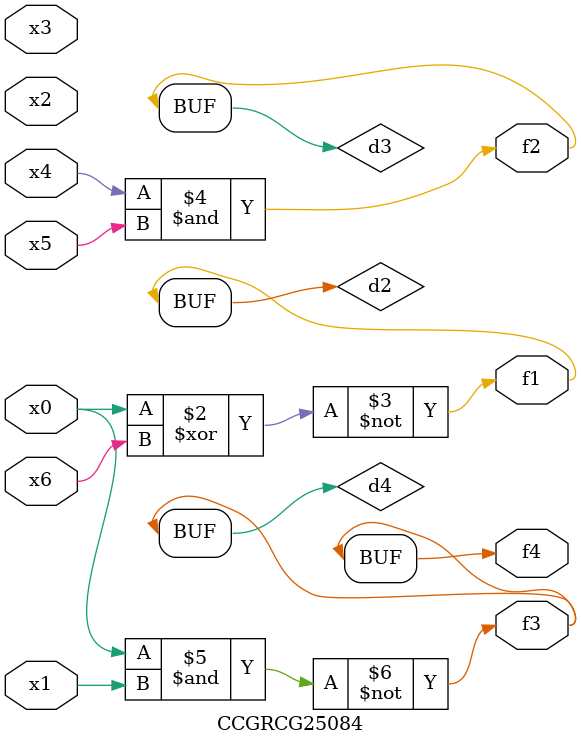
<source format=v>
module CCGRCG25084(
	input x0, x1, x2, x3, x4, x5, x6,
	output f1, f2, f3, f4
);

	wire d1, d2, d3, d4;

	nor (d1, x0);
	xnor (d2, x0, x6);
	and (d3, x4, x5);
	nand (d4, x0, x1);
	assign f1 = d2;
	assign f2 = d3;
	assign f3 = d4;
	assign f4 = d4;
endmodule

</source>
